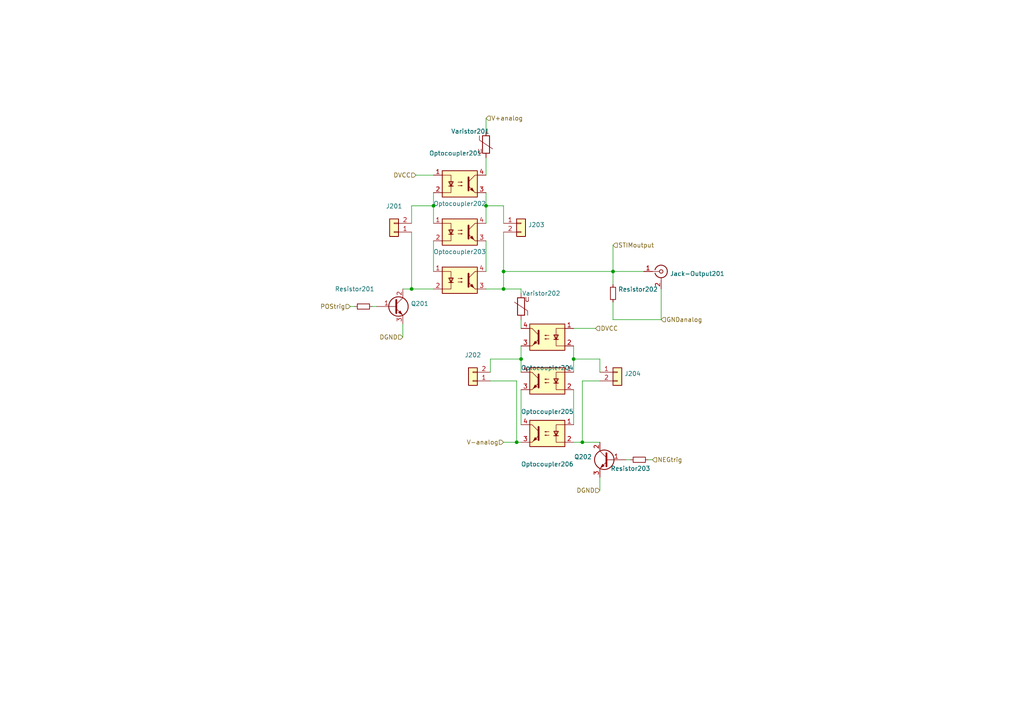
<source format=kicad_sch>
(kicad_sch (version 20211123) (generator eeschema)
  (paper "A4")
  (lib_symbols
    (symbol "Connector:Conn_Coaxial" (pin_names (offset 1.016) hide)
      (property "Reference" "J" (at 0.254 3.048 0))
      (property "Value" "Conn_Coaxial" (at 2.921 0 90))
      (symbol "Conn_Coaxial_0_1"
        (arc (start -1.778 -0.508) (mid 0.222 -1.808) (end 1.778 0) (stroke (width 0.254)))
        (polyline (pts (xy -2.54 0) (xy -0.508 0)))
        (polyline (pts (xy 0 -2.54) (xy 0 -1.778)))
        (circle (center 0 0) (radius 0.508) (stroke (width 0.2032)))
        (arc (start 1.778 0) (mid 0.222 1.8083) (end -1.778 0.508) (stroke (width 0.254)))
      )
      (symbol "Conn_Coaxial_1_1"
        (pin passive line (at -5.08 0 0) (length 2.54) (name "In") (number "1"))
        (pin passive line (at 0 -5.08 90) (length 2.54) (name "Ext") (number "2"))
      )
    )
    (symbol "Connector_Generic:Conn_01x02" (pin_names (offset 1.016) hide)
      (property "Reference" "J" (at 0 2.54 0))
      (property "Value" "Conn_01x02" (at 0 -5.08 0))
      (symbol "Conn_01x02_1_1"
        (rectangle (start -1.27 -2.413) (end 0 -2.667) (stroke (width 0.1524)))
        (rectangle (start -1.27 0.127) (end 0 -0.127) (stroke (width 0.1524)))
        (rectangle (start -1.27 1.27) (end 1.27 -3.81) (stroke (width 0.254)) (fill (type background)))
        (pin passive line (at -5.08 0 0) (length 3.81) (name "Pin_1") (number "1"))
        (pin passive line (at -5.08 -2.54 0) (length 3.81) (name "Pin_2") (number "2"))
      )
    )
    (symbol "Device:Q_NPN_BCE" (pin_names (offset 0) hide)
      (property "Reference" "Q" (at 5.08 1.27 0))
      (property "Value" "Q_NPN_BCE" (at 5.08 -1.27 0))
      (symbol "Q_NPN_BCE_0_1"
        (polyline (pts (xy 0.635 0.635) (xy 2.54 2.54)))
        (polyline (pts (xy 0.635 -0.635) (xy 2.54 -2.54) (xy 2.54 -2.54)))
        (polyline (pts (xy 0.635 1.905) (xy 0.635 -1.905) (xy 0.635 -1.905)) (stroke (width 0.508)))
        (polyline (pts (xy 1.27 -1.778) (xy 1.778 -1.27) (xy 2.286 -2.286) (xy 1.27 -1.778) (xy 1.27 -1.778)) (fill (type outline)))
        (circle (center 1.27 0) (radius 2.8194) (stroke (width 0.254)))
      )
      (symbol "Q_NPN_BCE_1_1"
        (pin input line (at -5.08 0 0) (length 5.715) (name "B") (number "1"))
        (pin passive line (at 2.54 5.08 270) (length 2.54) (name "C") (number "2"))
        (pin passive line (at 2.54 -5.08 90) (length 2.54) (name "E") (number "3"))
      )
    )
    (symbol "Device:R_Small" (pin_numbers hide) (pin_names (offset 0.254) hide)
      (property "Reference" "R" (at 0.762 0.508 0))
      (property "Value" "R_Small" (at 0.762 -1.016 0))
      (symbol "R_Small_0_1"
        (rectangle (start -0.762 1.778) (end 0.762 -1.778) (stroke (width 0.2032)))
      )
      (symbol "R_Small_1_1"
        (pin passive line (at 0 2.54 270) (length 0.762) (name "~") (number "1"))
        (pin passive line (at 0 -2.54 90) (length 0.762) (name "~") (number "2"))
      )
    )
    (symbol "Device:Varistor" (pin_numbers hide) (pin_names (offset 0))
      (property "Reference" "RV" (at 3.175 0 90))
      (property "Value" "Varistor" (at -3.175 0 90))
      (symbol "Varistor_0_0"
        (text "U" (at -1.778 -2.032 0) (effects (font (size 1.27 1.27))))
      )
      (symbol "Varistor_0_1"
        (rectangle (start -1.016 -2.54) (end 1.016 2.54) (stroke (width 0.254)))
        (polyline (pts (xy -1.905 2.54) (xy -1.905 1.27) (xy 1.905 -1.27)))
      )
      (symbol "Varistor_1_1"
        (pin passive line (at 0 3.81 270) (length 1.27) (name "~") (number "1"))
        (pin passive line (at 0 -3.81 90) (length 1.27) (name "~") (number "2"))
      )
    )
    (symbol "Isolator:PC817" (pin_names (offset 1.016))
      (property "Reference" "U" (at -5.08 5.08 0))
      (property "Value" "PC817" (at 0 5.08 0))
      (symbol "PC817_0_1"
        (rectangle (start -5.08 3.81) (end 5.08 -3.81) (stroke (width 0.254)) (fill (type background)))
        (polyline (pts (xy -3.175 -0.635) (xy -1.905 -0.635)) (stroke (width 0.254)))
        (polyline (pts (xy 2.54 0.635) (xy 4.445 2.54)))
        (polyline (pts (xy 4.445 -2.54) (xy 2.54 -0.635)) (fill (type outline)))
        (polyline (pts (xy 4.445 -2.54) (xy 5.08 -2.54)))
        (polyline (pts (xy 4.445 2.54) (xy 5.08 2.54)))
        (polyline (pts (xy -5.08 2.54) (xy -2.54 2.54) (xy -2.54 -0.635)))
        (polyline (pts (xy -2.54 -0.635) (xy -2.54 -2.54) (xy -5.08 -2.54)))
        (polyline (pts (xy 2.54 1.905) (xy 2.54 -1.905) (xy 2.54 -1.905)) (stroke (width 0.508)))
        (polyline (pts (xy -2.54 -0.635) (xy -3.175 0.635) (xy -1.905 0.635) (xy -2.54 -0.635)) (stroke (width 0.254)))
        (polyline (pts (xy -0.508 -0.508) (xy 0.762 -0.508) (xy 0.381 -0.635) (xy 0.381 -0.381) (xy 0.762 -0.508)))
        (polyline (pts (xy -0.508 0.508) (xy 0.762 0.508) (xy 0.381 0.381) (xy 0.381 0.635) (xy 0.762 0.508)))
        (polyline (pts (xy 3.048 -1.651) (xy 3.556 -1.143) (xy 4.064 -2.159) (xy 3.048 -1.651) (xy 3.048 -1.651)) (fill (type outline)))
      )
      (symbol "PC817_1_1"
        (pin passive line (at -7.62 2.54 0) (length 2.54) (name "~") (number "1"))
        (pin passive line (at -7.62 -2.54 0) (length 2.54) (name "~") (number "2"))
        (pin passive line (at 7.62 -2.54 180) (length 2.54) (name "~") (number "3"))
        (pin passive line (at 7.62 2.54 180) (length 2.54) (name "~") (number "4"))
      )
    )
  )
  (junction (at 149.86 128.27))
  (junction (at 166.37 104.14))
  (junction (at 146.05 83.82))
  (junction (at 125.73 59.69))
  (junction (at 140.97 59.69))
  (junction (at 151.13 104.14))
  (junction (at 146.05 78.74))
  (junction (at 168.91 128.27))
  (junction (at 119.38 83.82))
  (junction (at 177.8 78.74))
  (wire (pts (xy 146.05 78.74) (xy 146.05 83.82)))
  (wire (pts (xy 166.37 128.27) (xy 168.91 128.27)))
  (wire (pts (xy 173.99 104.14) (xy 166.37 104.14)))
  (wire (pts (xy 166.37 104.14) (xy 166.37 107.95)))
  (wire (pts (xy 151.13 83.82) (xy 151.13 85.09)))
  (wire (pts (xy 151.13 104.14) (xy 151.13 107.95)))
  (wire (pts (xy 151.13 113.03) (xy 151.13 123.19)))
  (wire (pts (xy 149.86 128.27) (xy 151.13 128.27)))
  (wire (pts (xy 140.97 83.82) (xy 146.05 83.82)))
  (wire (pts (xy 140.97 59.69) (xy 140.97 64.77)))
  (wire (pts (xy 166.37 100.33) (xy 166.37 104.14)))
  (wire (pts (xy 140.97 55.88) (xy 140.97 59.69)))
  (wire (pts (xy 177.8 78.74) (xy 177.8 82.55)))
  (wire (pts (xy 177.8 92.71) (xy 191.77 92.71)))
  (wire (pts (xy 149.86 110.49) (xy 149.86 128.27)))
  (wire (pts (xy 173.99 107.95) (xy 173.99 104.14)))
  (wire (pts (xy 177.8 87.63) (xy 177.8 92.71)))
  (wire (pts (xy 140.97 69.85) (xy 140.97 78.74)))
  (wire (pts (xy 166.37 113.03) (xy 166.37 123.19)))
  (wire (pts (xy 116.84 93.98) (xy 116.84 97.79)))
  (wire (pts (xy 116.84 83.82) (xy 119.38 83.82)))
  (wire (pts (xy 173.99 110.49) (xy 168.91 110.49)))
  (wire (pts (xy 191.77 92.71) (xy 191.77 83.82)))
  (wire (pts (xy 125.73 55.88) (xy 125.73 59.69)))
  (wire (pts (xy 119.38 64.77) (xy 119.38 59.69)))
  (wire (pts (xy 182.88 133.35) (xy 181.61 133.35)))
  (wire (pts (xy 168.91 110.49) (xy 168.91 128.27)))
  (wire (pts (xy 151.13 100.33) (xy 151.13 104.14)))
  (wire (pts (xy 177.8 78.74) (xy 186.69 78.74)))
  (wire (pts (xy 119.38 67.31) (xy 119.38 83.82)))
  (wire (pts (xy 146.05 64.77) (xy 146.05 59.69)))
  (wire (pts (xy 146.05 128.27) (xy 149.86 128.27)))
  (wire (pts (xy 101.6 88.9) (xy 102.87 88.9)))
  (wire (pts (xy 119.38 83.82) (xy 125.73 83.82)))
  (wire (pts (xy 120.65 50.8) (xy 125.73 50.8)))
  (wire (pts (xy 172.72 95.25) (xy 166.37 95.25)))
  (wire (pts (xy 107.95 88.9) (xy 109.22 88.9)))
  (wire (pts (xy 177.8 71.12) (xy 177.8 78.74)))
  (wire (pts (xy 146.05 67.31) (xy 146.05 78.74)))
  (wire (pts (xy 142.24 110.49) (xy 149.86 110.49)))
  (wire (pts (xy 146.05 59.69) (xy 140.97 59.69)))
  (wire (pts (xy 140.97 45.72) (xy 140.97 50.8)))
  (wire (pts (xy 168.91 128.27) (xy 173.99 128.27)))
  (wire (pts (xy 119.38 59.69) (xy 125.73 59.69)))
  (wire (pts (xy 173.99 138.43) (xy 173.99 142.24)))
  (wire (pts (xy 146.05 83.82) (xy 151.13 83.82)))
  (wire (pts (xy 142.24 104.14) (xy 151.13 104.14)))
  (wire (pts (xy 125.73 59.69) (xy 125.73 64.77)))
  (wire (pts (xy 125.73 69.85) (xy 125.73 78.74)))
  (wire (pts (xy 140.97 34.29) (xy 140.97 38.1)))
  (wire (pts (xy 146.05 78.74) (xy 177.8 78.74)))
  (wire (pts (xy 189.23 133.35) (xy 187.96 133.35)))
  (wire (pts (xy 142.24 107.95) (xy 142.24 104.14)))
  (wire (pts (xy 151.13 92.71) (xy 151.13 95.25)))
  (hierarchical_label "V-analog" (shape input) (at 146.05 128.27 180))
  (hierarchical_label "POStrig" (shape input) (at 101.6 88.9 180))
  (hierarchical_label "DVCC" (shape input) (at 172.72 95.25 0))
  (hierarchical_label "DGND" (shape input) (at 116.84 97.79 180))
  (hierarchical_label "NEGtrig" (shape input) (at 189.23 133.35 0))
  (hierarchical_label "STIMoutput" (shape input) (at 177.8 71.12 0))
  (hierarchical_label "GNDanalog" (shape input) (at 191.77 92.71 0))
  (hierarchical_label "DGND" (shape input) (at 173.99 142.24 180))
  (hierarchical_label "V+analog" (shape input) (at 140.97 34.29 0))
  (hierarchical_label "DVCC" (shape input) (at 120.65 50.8 180))
  (symbol (lib_id "Device:Varistor") (at 140.97 41.91 0) (unit 1)
    (property "Reference" "Varistor201" (at 130.81 38.1 0) (effects (justify left)))
  )
  (symbol (lib_id "Isolator:PC817") (at 158.75 125.73 0) (mirror y) (unit 1)
    (property "Reference" "Optocoupler206" (at 158.75 134.62 0))
    (property "Datasheet" "http://www.soselectronic.cz/a_info/resource/d/pc817.pdf" (effects hide))
  )
  (symbol (lib_id "Isolator:PC817") (at 133.35 67.31 0) (unit 1)
    (property "Reference" "Optocoupler202" (at 133.35 59.055 0))
    (property "Datasheet" "http://www.soselectronic.cz/a_info/resource/d/pc817.pdf" (effects hide))
  )
  (symbol (lib_id "Device:R_Small") (at 185.42 133.35 90) (unit 1)
    (property "Reference" "Resistor203" (at 182.88 135.89 90))
  )
  (symbol (lib_id "Isolator:PC817") (at 158.75 97.79 0) (mirror y) (unit 1)
    (property "Reference" "Optocoupler204" (at 158.75 106.68 0))
    (property "Datasheet" "http://www.soselectronic.cz/a_info/resource/d/pc817.pdf" (effects hide))
  )
  (symbol (lib_id "Connector_Generic:Conn_01x02") (at 114.3 67.31 180) (unit 1)
    (property "Reference" "J201" (at 114.3 59.8002 0))
  )
  (symbol (lib_id "Connector_Generic:Conn_01x02") (at 137.16 110.49 180) (unit 1)
    (property "Reference" "J202" (at 137.16 102.9802 0))
  )
  (symbol (lib_id "Isolator:PC817") (at 133.35 81.28 0) (unit 1)
    (property "Reference" "Optocoupler203" (at 133.35 73.025 0))
    (property "Datasheet" "http://www.soselectronic.cz/a_info/resource/d/pc817.pdf" (effects hide))
  )
  (symbol (lib_id "Device:R_Small") (at 177.8 85.09 0) (unit 1)
    (property "Reference" "Resistor202" (at 179.2986 83.9216 0) (effects (justify left)))
  )
  (symbol (lib_id "Connector:Conn_Coaxial") (at 191.77 78.74 0) (unit 1)
    (property "Reference" "Jack-Output201" (at 194.31 79.375 0) (effects (justify left)))
    (property "Datasheet" " ~" (effects hide))
  )
  (symbol (lib_id "Isolator:PC817") (at 133.35 53.34 0) (unit 1)
    (property "Reference" "Optocoupler201" (at 132.08 44.45 0))
    (property "Datasheet" "http://www.soselectronic.cz/a_info/resource/d/pc817.pdf" (effects hide))
  )
  (symbol (lib_id "Device:Q_NPN_BCE") (at 176.53 133.35 0) (mirror y) (unit 1)
    (property "Reference" "Q202" (at 171.6787 132.5153 0) (effects (justify left)))
  )
  (symbol (lib_id "Connector_Generic:Conn_01x02") (at 151.13 64.77 0) (unit 1)
    (property "Reference" "J203" (at 153.162 65.2053 0) (effects (justify left)))
  )
  (symbol (lib_id "Device:R_Small") (at 105.41 88.9 270) (unit 1)
    (property "Reference" "Resistor201" (at 102.87 83.82 90))
  )
  (symbol (lib_id "Isolator:PC817") (at 158.75 110.49 0) (mirror y) (unit 1)
    (property "Reference" "Optocoupler205" (at 158.75 119.38 0))
    (property "Datasheet" "http://www.soselectronic.cz/a_info/resource/d/pc817.pdf" (effects hide))
  )
  (symbol (lib_id "Connector_Generic:Conn_01x02") (at 179.07 107.95 0) (unit 1)
    (property "Reference" "J204" (at 181.102 108.3853 0) (effects (justify left)))
  )
  (symbol (lib_id "Device:Q_NPN_BCE") (at 114.3 88.9 0) (unit 1)
    (property "Reference" "Q201" (at 119.1514 88.0653 0) (effects (justify left)))
  )
  (symbol (lib_id "Device:Varistor") (at 151.13 88.9 180) (unit 1)
    (property "Reference" "Varistor202" (at 162.56 85.09 0) (effects (justify left)))
  )
)
</source>
